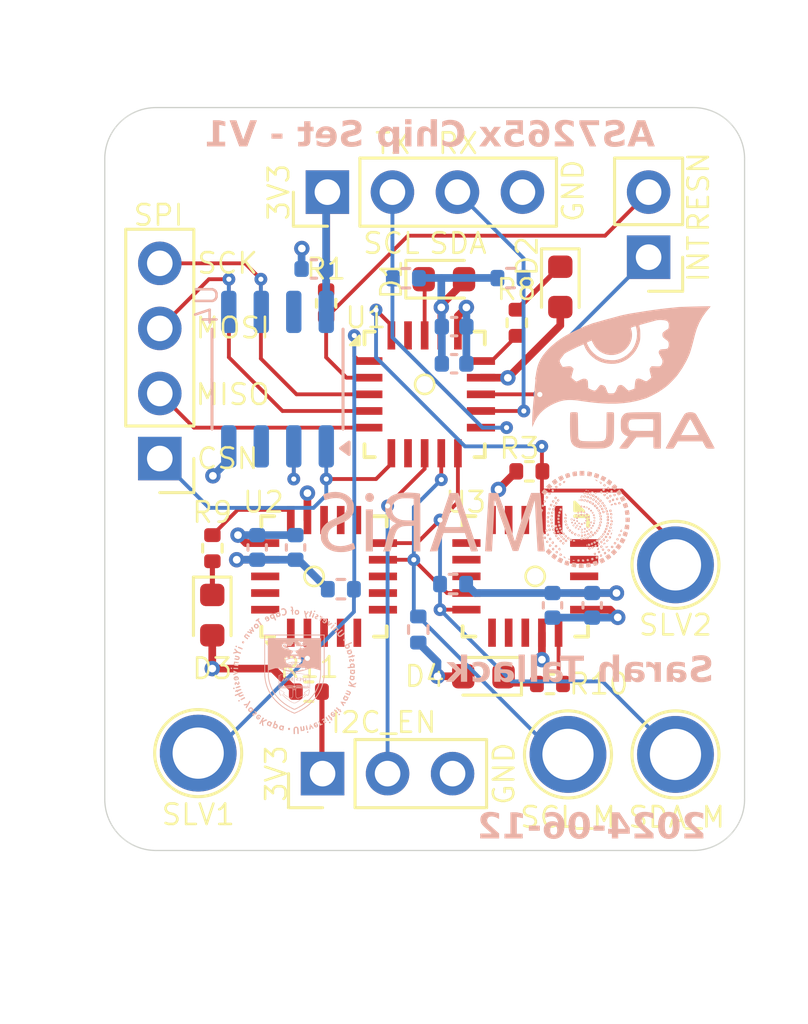
<source format=kicad_pcb>
(kicad_pcb (version 20240108) (generator "pcbnew") (generator_version "8.0")
  (title_block (title "AS7265x Chip Set") (date "2024-06-12") (rev "1") (company "University of Cape Town") (comment 1 "Sarah Tallack"))
  (layers (0 "F.Cu" signal) (1 "In1.Cu" power) (2 "In2.Cu" power) (31 "B.Cu" signal) (34 "B.Paste" user) (35 "F.Paste" user) (36 "B.SilkS" user "B.Silkscreen") (37 "F.SilkS" user "F.Silkscreen") (38 "B.Mask" user) (39 "F.Mask" user) (44 "Edge.Cuts" user))
  (net 0 "")
  (net 1 "+3.3V")
  (net 2 "GND")
  (net 3 "/LED_IND_1")
  (net 4 "Net-(D2-K)")
  (net 5 "Net-(D3-K)")
  (net 6 "Net-(D4-K)")
  (net 7 "/I2C_EN")
  (net 8 "/SDA{slash}TX")
  (net 9 "/SCL{slash}RX")
  (net 10 "/SCL_M")
  (net 11 "/SDA_M")
  (net 12 "/RESN")
  (net 13 "/CSN_EE")
  (net 14 "/SPI_MOSI")
  (net 15 "/SPI_MISO")
  (net 16 "/SPI_SCK")
  (net 17 "/INT")
  (net 18 "/SLV1_RESN")
  (net 19 "/SLV2_RESN")
  (net 20 "/LED_DRV_1")
  (net 21 "/LED_DRV_2")
  (net 22 "/LED_DRV_3")
  (net 42 "Net-(J5-Pin_1)")
  (footprint "Resistor_SMD:R_0402_1005Metric" (layer "F.Cu") (at 150.204424 89.527324 90)
    (property "Reference" "R8" (at 1.3 -0.013567 0) (layer "F.SilkS") (effects (font (size 0.8 0.8) (thickness 0.1))))
    (property "Value" "220")
    (pad "1" smd roundrect (at -0.51 0 90) (size 0.54 0.64) (layers "F.Cu" "F.Paste" "F.Mask") (net 20 "/LED_DRV_1"))
    (pad "2" smd roundrect (at 0.51 0 90) (size 0.54 0.64) (layers "F.Cu" "F.Paste" "F.Mask") (net 4 "Net-(D2-K)"))
  )
  (footprint "TestPoint:TestPoint_Plated_Hole_D2.0mm" (layer "F.Cu") (at 137.754424 106.327324)
    (property "Reference" "TP3" (hide yes))
    (property "Value" "TestPoint")
    (pad "1" thru_hole circle (at 0 0) (size 3 3) (drill 2) (layers "*.Cu" "*.Mask") (net 18 "/SLV1_RESN"))
  )
  (footprint "Diode_SMD:D_0603_1608Metric" (layer "F.Cu") (at 148.899424 103.327324 180)
    (property "Reference" "D4" (at 2.295 0 180) (layer "F.SilkS") (effects (font (size 0.8 0.8) (thickness 0.1))))
    (property "Value" "WH")
    (pad "1" smd roundrect (at -0.7875 0 180) (size 0.875 0.95) (layers "F.Cu" "F.Paste" "F.Mask") (net 6 "Net-(D4-K)"))
    (pad "2" smd roundrect (at 0.7875 0 180) (size 0.875 0.95) (layers "F.Cu" "F.Paste" "F.Mask") (net 1 "+3.3V"))
  )
  (footprint "Resistor_SMD:R_0402_1005Metric" (layer "F.Cu") (at 142.754424 88.767324 -90)
    (property "Reference" "R1" (at -1.34 0 180) (layer "F.SilkS") (effects (font (size 0.8 0.8) (thickness 0.1))))
    (property "Value" "10k")
    (pad "1" smd roundrect (at -0.51 0 270) (size 0.54 0.64) (layers "F.Cu" "F.Paste" "F.Mask") (net 1 "+3.3V"))
    (pad "2" smd roundrect (at 0.51 0 270) (size 0.54 0.64) (layers "F.Cu" "F.Paste" "F.Mask") (net 12 "/RESN"))
  )
  (footprint "TestPoint:TestPoint_Plated_Hole_D2.0mm" (layer "F.Cu") (at 156.404424 98.977324)
    (property "Reference" "TP4" (hide yes))
    (property "Value" "TestPoint")
    (pad "1" thru_hole circle (at 0 0) (size 3 3) (drill 2) (layers "*.Cu" "*.Mask") (net 19 "/SLV2_RESN"))
  )
  (footprint "Connector_PinHeader_2.54mm:PinHeader_1x04_P2.54mm_Vertical" (layer "F.Cu") (at 142.804424 84.427324 90)
    (property "Reference" "J1" (hide yes))
    (property "Value" "Conn_01x04_Pin")
    (pad "1" thru_hole rect (at 0 0 90) (size 1.7 1.7) (drill 1) (layers "*.Cu" "*.Mask") (net 1 "+3.3V"))
    (pad "2" thru_hole oval (at 0 2.54 90) (size 1.7 1.7) (drill 1) (layers "*.Cu" "*.Mask") (net 9 "/SCL{slash}RX"))
    (pad "3" thru_hole oval (at 0 5.08 90) (size 1.7 1.7) (drill 1) (layers "*.Cu" "*.Mask") (net 8 "/SDA{slash}TX"))
    (pad "4" thru_hole oval (at 0 7.62 90) (size 1.7 1.7) (drill 1) (layers "*.Cu" "*.Mask") (net 2 "GND"))
  )
  (footprint "Resistor_SMD:R_0402_1005Metric" (layer "F.Cu") (at 142.079424 103.927324)
    (property "Reference" "R11" (at 0.01 -0.95 0) (layer "F.SilkS") (effects (font (size 0.8 0.8) (thickness 0.1))))
    (property "Value" "10k")
    (pad "1" smd roundrect (at -0.51 0) (size 0.54 0.64) (layers "F.Cu" "F.Paste" "F.Mask") (net 1 "+3.3V"))
    (pad "2" smd roundrect (at 0.51 0) (size 0.54 0.64) (layers "F.Cu" "F.Paste" "F.Mask") (net 42 "Net-(J5-Pin_1)"))
  )
  (footprint "Connector_PinHeader_2.54mm:PinHeader_1x03_P2.54mm_Vertical" (layer "F.Cu") (at 142.614424 107.127324 90)
    (property "Reference" "J5" (hide yes))
    (property "Value" "Conn_01x03_Pin")
    (pad "1" thru_hole rect (at 0 0 90) (size 1.7 1.7) (drill 1) (layers "*.Cu" "*.Mask") (net 42 "Net-(J5-Pin_1)"))
    (pad "2" thru_hole oval (at 0 2.54 90) (size 1.7 1.7) (drill 1) (layers "*.Cu" "*.Mask") (net 7 "/I2C_EN"))
    (pad "3" thru_hole oval (at 0 5.08 90) (size 1.7 1.7) (drill 1) (layers "*.Cu" "*.Mask") (net 2 "GND"))
  )
  (footprint "Connector_PinHeader_2.54mm:PinHeader_1x02_P2.54mm_Vertical" (layer "F.Cu") (at 155.354424 86.967324 180)
    (property "Reference" "J3" (hide yes))
    (property "Value" "Conn_01x02_Pin")
    (pad "1" thru_hole rect (at 0 0 180) (size 1.7 1.7) (drill 1) (layers "*.Cu" "*.Mask") (net 17 "/INT"))
    (pad "2" thru_hole oval (at 0 2.54 180) (size 1.7 1.7) (drill 1) (layers "*.Cu" "*.Mask") (net 12 "/RESN"))
  )
  (footprint "Diode_SMD:D_0603_1608Metric" (layer "F.Cu") (at 151.904424 88.127324 -90)
    (property "Reference" "D2" (at -1.2 1.3 -90) (layer "F.SilkS") (effects (font (size 0.8 0.8) (thickness 0.1))))
    (property "Value" "WH")
    (pad "1" smd roundrect (at -0.7875 0 270) (size 0.875 0.95) (layers "F.Cu" "F.Paste" "F.Mask") (net 4 "Net-(D2-K)"))
    (pad "2" smd roundrect (at 0.7875 0 270) (size 0.875 0.95) (layers "F.Cu" "F.Paste" "F.Mask") (net 1 "+3.3V"))
  )
  (footprint "Diode_SMD:D_0603_1608Metric" (layer "F.Cu") (at 138.304424 100.939824 -90)
    (property "Reference" "D3" (at 2.0875 0 0) (layer "F.SilkS") (effects (font (size 0.8 0.8) (thickness 0.1))))
    (property "Value" "WH")
    (pad "1" smd roundrect (at -0.7875 0 270) (size 0.875 0.95) (layers "F.Cu" "F.Paste" "F.Mask") (net 5 "Net-(D3-K)"))
    (pad "2" smd roundrect (at 0.7875 0 270) (size 0.875 0.95) (layers "F.Cu" "F.Paste" "F.Mask") (net 1 "+3.3V"))
  )
  (footprint "Sarah_Library:AMS_AS7265x_LGA-20_4.7x4.5mm_P0.65mm" (layer "F.Cu") (at 142.279424 99.427324 90)
    (property "Reference" "U2" (at 2.9 -1.975 180) (layer "F.SilkS") (effects (font (size 0.8 0.8) (thickness 0.1))))
    (property "Value" "AS72652")
    (pad "1" smd rect (at -2.201535 -0.906433 180) (size 0.3 1.1) (layers "F.Cu" "F.Paste" "F.Mask"))
    (pad "2" smd rect (at -2.201535 -0.256433 180) (size 0.3 1.1) (layers "F.Cu" "F.Paste" "F.Mask") (net 18 "/SLV1_RESN"))
    (pad "3" smd rect (at -2.201535 0.393567 180) (size 0.3 1.1) (layers "F.Cu" "F.Paste" "F.Mask"))
    (pad "4" smd rect (at -2.201535 1.043567 180) (size 0.3 1.1) (layers "F.Cu" "F.Paste" "F.Mask"))
    (pad "5" smd rect (at -2.201535 1.693567 180) (size 0.3 1.1) (layers "F.Cu" "F.Paste" "F.Mask"))
    (pad "6" smd rect (at -1.301535 2.693567 90) (size 0.3 1.1) (layers "F.Cu" "F.Paste" "F.Mask"))
    (pad "7" smd rect (at -0.651535 2.693567 90) (size 0.3 1.1) (layers "F.Cu" "F.Paste" "F.Mask"))
    (pad "8" smd rect (at -0.001535 2.693567 90) (size 0.3 1.1) (layers "F.Cu" "F.Paste" "F.Mask"))
    (pad "9" smd rect (at 0.648465 2.693567 90) (size 0.3 1.1) (layers "F.Cu" "F.Paste" "F.Mask") (net 10 "/SCL_M"))
    (pad "10" smd rect (at 1.298465 2.693567 90) (size 0.3 1.1) (layers "F.Cu" "F.Paste" "F.Mask") (net 11 "/SDA_M"))
    (pad "11" smd rect (at 2.198465 1.693567 180) (size 0.3 1.1) (layers "F.Cu" "F.Paste" "F.Mask"))
    (pad "12" smd rect (at 2.198465 1.043567 180) (size 0.3 1.1) (layers "F.Cu" "F.Paste" "F.Mask"))
    (pad "13" smd rect (at 2.198465 0.393567 180) (size 0.3 1.1) (layers "F.Cu" "F.Paste" "F.Mask"))
    (pad "14" smd rect (at 2.198465 -0.256433 180) (size 0.3 1.1) (layers "F.Cu" "F.Paste" "F.Mask") (net 1 "+3.3V"))
    (pad "15" smd rect (at 2.198465 -0.906433 180) (size 0.3 1.1) (layers "F.Cu" "F.Paste" "F.Mask") (net 21 "/LED_DRV_2"))
    (pad "16" smd rect (at 1.298465 -1.906433 90) (size 0.3 1.1) (layers "F.Cu" "F.Paste" "F.Mask") (net 2 "GND"))
    (pad "17" smd rect (at 0.648465 -1.906433 90) (size 0.3 1.1) (layers "F.Cu" "F.Paste" "F.Mask") (net 1 "+3.3V"))
    (pad "18" smd rect (at -0.001535 -1.906433 90) (size 0.3 1.1) (layers "F.Cu" "F.Paste" "F.Mask"))
    (pad "19" smd rect (at -0.651535 -1.906433 90) (size 0.3 1.1) (layers "F.Cu" "F.Paste" "F.Mask"))
    (pad "20" smd rect (at -1.301535 -1.906433 90) (size 0.3 1.1) (layers "F.Cu" "F.Paste" "F.Mask"))
  )
  (footprint "TestPoint:TestPoint_Plated_Hole_D2.0mm" (layer "F.Cu") (at 152.204424 106.377324)
    (property "Reference" "TP1" (hide yes))
    (property "Value" "TestPoint")
    (pad "1" thru_hole circle (at 0 0) (size 3 3) (drill 2) (layers "*.Cu" "*.Mask") (net 10 "/SCL_M"))
  )
  (footprint "Sarah_Library:AMS_AS7265x_LGA-20_4.7x4.5mm_P0.65mm" (layer "F.Cu") (at 150.929424 99.427324 -90)
    (property "Reference" "U3" (at -2.9 2.725 0) (layer "F.SilkS") (effects (font (size 0.8 0.8) (thickness 0.1))))
    (property "Value" "AS72653")
    (pad "1" smd rect (at -2.201535 -0.906433) (size 0.3 1.1) (layers "F.Cu" "F.Paste" "F.Mask"))
    (pad "2" smd rect (at -2.201535 -0.256433) (size 0.3 1.1) (layers "F.Cu" "F.Paste" "F.Mask") (net 19 "/SLV2_RESN"))
    (pad "3" smd rect (at -2.201535 0.393567) (size 0.3 1.1) (layers "F.Cu" "F.Paste" "F.Mask"))
    (pad "4" smd rect (at -2.201535 1.043567) (size 0.3 1.1) (layers "F.Cu" "F.Paste" "F.Mask"))
    (pad "5" smd rect (at -2.201535 1.693567) (size 0.3 1.1) (layers "F.Cu" "F.Paste" "F.Mask"))
    (pad "6" smd rect (at -1.301535 2.693567 270) (size 0.3 1.1) (layers "F.Cu" "F.Paste" "F.Mask"))
    (pad "7" smd rect (at -0.651535 2.693567 270) (size 0.3 1.1) (layers "F.Cu" "F.Paste" "F.Mask"))
    (pad "8" smd rect (at -0.001535 2.693567 270) (size 0.3 1.1) (layers "F.Cu" "F.Paste" "F.Mask"))
    (pad "9" smd rect (at 0.648465 2.693567 270) (size 0.3 1.1) (layers "F.Cu" "F.Paste" "F.Mask") (net 10 "/SCL_M"))
    (pad "10" smd rect (at 1.298465 2.693567 270) (size 0.3 1.1) (layers "F.Cu" "F.Paste" "F.Mask") (net 11 "/SDA_M"))
    (pad "11" smd rect (at 2.198465 1.693567) (size 0.3 1.1) (layers "F.Cu" "F.Paste" "F.Mask"))
    (pad "12" smd rect (at 2.198465 1.043567) (size 0.3 1.1) (layers "F.Cu" "F.Paste" "F.Mask"))
    (pad "13" smd rect (at 2.198465 0.393567) (size 0.3 1.1) (layers "F.Cu" "F.Paste" "F.Mask"))
    (pad "14" smd rect (at 2.198465 -0.256433) (size 0.3 1.1) (layers "F.Cu" "F.Paste" "F.Mask") (net 1 "+3.3V"))
    (pad "15" smd rect (at 2.198465 -0.906433) (size 0.3 1.1) (layers "F.Cu" "F.Paste" "F.Mask") (net 22 "/LED_DRV_3"))
    (pad "16" smd rect (at 1.298465 -1.906433 270) (size 0.3 1.1) (layers "F.Cu" "F.Paste" "F.Mask") (net 2 "GND"))
    (pad "17" smd rect (at 0.648465 -1.906433 270) (size 0.3 1.1) (layers "F.Cu" "F.Paste" "F.Mask") (net 1 "+3.3V"))
    (pad "18" smd rect (at -0.001535 -1.906433 270) (size 0.3 1.1) (layers "F.Cu" "F.Paste" "F.Mask"))
    (pad "19" smd rect (at -0.651535 -1.906433 270) (size 0.3 1.1) (layers "F.Cu" "F.Paste" "F.Mask"))
    (pad "20" smd rect (at -1.301535 -1.906433 270) (size 0.3 1.1) (layers "F.Cu" "F.Paste" "F.Mask"))
  )
  (footprint "Connector_PinHeader_2.54mm:PinHeader_1x04_P2.54mm_Vertical" (layer "F.Cu") (at 136.254424 94.827324 180)
    (property "Reference" "J4" (hide yes))
    (property "Value" "Conn_01x04_Pin")
    (pad "1" thru_hole rect (at 0 0 180) (size 1.7 1.7) (drill 1) (layers "*.Cu" "*.Mask") (net 13 "/CSN_EE"))
    (pad "2" thru_hole oval (at 0 2.54 180) (size 1.7 1.7) (drill 1) (layers "*.Cu" "*.Mask") (net 15 "/SPI_MISO"))
    (pad "3" thru_hole oval (at 0 5.08 180) (size 1.7 1.7) (drill 1) (layers "*.Cu" "*.Mask") (net 14 "/SPI_MOSI"))
    (pad "4" thru_hole oval (at 0 7.62 180) (size 1.7 1.7) (drill 1) (layers "*.Cu" "*.Mask") (net 16 "/SPI_SCK"))
  )
  (footprint "TestPoint:TestPoint_Plated_Hole_D2.0mm" (layer "F.Cu") (at 156.404424 106.377324)
    (property "Reference" "TP2" (hide yes))
    (property "Value" "TestPoint")
    (pad "1" thru_hole circle (at 0 0) (size 3 3) (drill 2) (layers "*.Cu" "*.Mask") (net 11 "/SDA_M"))
  )
  (footprint "Sarah_Library:AMS_AS7265x_LGA-20_4.7x4.5mm_P0.65mm" (layer "F.Cu") (at 146.604424 91.927324)
    (property "Reference" "U1" (at -2.3 -2.6 0) (layer "F.SilkS") (effects (font (size 0.8 0.8) (thickness 0.1))))
    (property "Value" "AS72651")
    (pad "1" smd rect (at -2.201535 -0.906433 90) (size 0.3 1.1) (layers "F.Cu" "F.Paste" "F.Mask") (net 18 "/SLV1_RESN"))
    (pad "2" smd rect (at -2.201535 -0.256433 90) (size 0.3 1.1) (layers "F.Cu" "F.Paste" "F.Mask") (net 12 "/RESN"))
    (pad "3" smd rect (at -2.201535 0.393567 90) (size 0.3 1.1) (layers "F.Cu" "F.Paste" "F.Mask") (net 16 "/SPI_SCK"))
    (pad "4" smd rect (at -2.201535 1.043567 90) (size 0.3 1.1) (layers "F.Cu" "F.Paste" "F.Mask") (net 14 "/SPI_MOSI"))
    (pad "5" smd rect (at -2.201535 1.693567 90) (size 0.3 1.1) (layers "F.Cu" "F.Paste" "F.Mask") (net 15 "/SPI_MISO"))
    (pad "6" smd rect (at -1.301535 2.693567) (size 0.3 1.1) (layers "F.Cu" "F.Paste" "F.Mask") (net 13 "/CSN_EE"))
    (pad "7" smd rect (at -0.651535 2.693567) (size 0.3 1.1) (layers "F.Cu" "F.Paste" "F.Mask"))
    (pad "8" smd rect (at -0.001535 2.693567) (size 0.3 1.1) (layers "F.Cu" "F.Paste" "F.Mask") (net 7 "/I2C_EN"))
    (pad "9" smd rect (at 0.648465 2.693567) (size 0.3 1.1) (layers "F.Cu" "F.Paste" "F.Mask") (net 10 "/SCL_M"))
    (pad "10" smd rect (at 1.298465 2.693567) (size 0.3 1.1) (layers "F.Cu" "F.Paste" "F.Mask") (net 11 "/SDA_M"))
    (pad "11" smd rect (at 2.198465 1.693567 90) (size 0.3 1.1) (layers "F.Cu" "F.Paste" "F.Mask") (net 9 "/SCL{slash}RX"))
    (pad "12" smd rect (at 2.198465 1.043567 90) (size 0.3 1.1) (layers "F.Cu" "F.Paste" "F.Mask") (net 8 "/SDA{slash}TX"))
    (pad "13" smd rect (at 2.198465 0.393567 90) (size 0.3 1.1) (layers "F.Cu" "F.Paste" "F.Mask") (net 17 "/INT"))
    (pad "14" smd rect (at 2.198465 -0.256433 90) (size 0.3 1.1) (layers "F.Cu" "F.Paste" "F.Mask") (net 1 "+3.3V"))
    (pad "15" smd rect (at 2.198465 -0.906433 90) (size 0.3 1.1) (layers "F.Cu" "F.Paste" "F.Mask") (net 20 "/LED_DRV_1"))
    (pad "16" smd rect (at 1.298465 -1.906433) (size 0.3 1.1) (layers "F.Cu" "F.Paste" "F.Mask") (net 2 "GND"))
    (pad "17" smd rect (at 0.648465 -1.906433) (size 0.3 1.1) (layers "F.Cu" "F.Paste" "F.Mask") (net 1 "+3.3V"))
    (pad "18" smd rect (at -0.001535 -1.906433) (size 0.3 1.1) (layers "F.Cu" "F.Paste" "F.Mask") (net 3 "/LED_IND_1"))
    (pad "19" smd rect (at -0.651535 -1.906433) (size 0.3 1.1) (layers "F.Cu" "F.Paste" "F.Mask"))
    (pad "20" smd rect (at -1.301535 -1.906433) (size 0.3 1.1) (layers "F.Cu" "F.Paste" "F.Mask") (net 19 "/SLV2_RESN"))
  )
  (footprint "Resistor_SMD:R_0402_1005Metric" (layer "F.Cu") (at 151.499424 103.627324 180)
    (property "Reference" "R10" (at -1.905 0 180) (layer "F.SilkS") (effects (font (size 0.8 0.8) (thickness 0.1))))
    (property "Value" "220")
    (pad "1" smd roundrect (at -0.51 0 180) (size 0.54 0.64) (layers "F.Cu" "F.Paste" "F.Mask") (net 22 "/LED_DRV_3"))
    (pad "2" smd roundrect (at 0.51 0 180) (size 0.54 0.64) (layers "F.Cu" "F.Paste" "F.Mask") (net 6 "Net-(D4-K)"))
  )
  (footprint "Diode_SMD:D_0603_1608Metric" (layer "F.Cu") (at 147.354424 87.827324)
    (property "Reference" "D1" (at -2.05 0 -90) (layer "F.SilkS") (effects (font (size 0.8 0.8) (thickness 0.1))))
    (property "Value" "RED")
    (pad "1" smd roundrect (at -0.7875 0) (size 0.875 0.95) (layers "F.Cu" "F.Paste" "F.Mask") (net 3 "/LED_IND_1"))
    (pad "2" smd roundrect (at 0.7875 0) (size 0.875 0.95) (layers "F.Cu" "F.Paste" "F.Mask") (net 1 "+3.3V"))
  )
  (footprint "Resistor_SMD:R_0402_1005Metric" (layer "F.Cu") (at 138.309424 98.327324 -90)
    (property "Reference" "R9" (at -1.4 0.005 180) (layer "F.SilkS") (effects (font (size 0.8 0.8) (thickness 0.1))))
    (property "Value" "220")
    (pad "1" smd roundrect (at -0.51 0 270) (size 0.54 0.64) (layers "F.Cu" "F.Paste" "F.Mask") (net 21 "/LED_DRV_2"))
    (pad "2" smd roundrect (at 0.51 0 270) (size 0.54 0.64) (layers "F.Cu" "F.Paste" "F.Mask") (net 5 "Net-(D3-K)"))
  )
  (footprint "Resistor_SMD:R_0402_1005Metric" (layer "F.Cu") (at 150.694424 95.327324)
    (property "Reference" "R3" (at -0.39 -0.9 0) (layer "F.SilkS") (effects (font (size 0.8 0.8) (thickness 0.1))))
    (property "Value" "10k")
    (pad "1" smd roundrect (at -0.51 0) (size 0.54 0.64) (layers "F.Cu" "F.Paste" "F.Mask") (net 1 "+3.3V"))
    (pad "2" smd roundrect (at 0.51 0) (size 0.54 0.64) (layers "F.Cu" "F.Paste" "F.Mask") (net 19 "/SLV2_RESN"))
  )
  (footprint "Capacitor_SMD:C_0402_1005Metric" (layer "B.Cu") (at 147.754424 91.127324)
    (property "Reference" "C2" (hide yes))
    (property "Value" "1uF")
    (pad "1" smd roundrect (at -0.48 0) (size 0.56 0.62) (layers "B.Cu" "B.Paste" "B.Mask") (net 1 "+3.3V"))
    (pad "2" smd roundrect (at 0.48 0) (size 0.56 0.62) (layers "B.Cu" "B.Paste" "B.Mask") (net 2 "GND"))
  )
  (footprint "Package_SO:SOP-8_3.9x4.9mm_P1.27mm" (layer "B.Cu") (at 140.854424 91.727324 90)
    (property "Reference" "U4" (at 2.9 -2.75 -90) (layer "B.SilkS") (effects (font (size 0.8 0.8) (thickness 0.1)) (justify mirror)))
    (property "Value" "XT25F04D")
    (pad "1" smd roundrect (at -2.625 1.905 90) (size 1.65 0.6) (layers "B.Cu" "B.Paste" "B.Mask") (net 13 "/CSN_EE"))
    (pad "2" smd roundrect (at -2.625 0.635 90) (size 1.65 0.6) (layers "B.Cu" "B.Paste" "B.Mask") (net 15 "/SPI_MISO"))
    (pad "3" smd roundrect (at -2.625 -0.635 90) (size 1.65 0.6) (layers "B.Cu" "B.Paste" "B.Mask"))
    (pad "4" smd roundrect (at -2.625 -1.905 90) (size 1.65 0.6) (layers "B.Cu" "B.Paste" "B.Mask") (net 2 "GND"))
    (pad "5" smd roundrect (at 2.625 -1.905 90) (size 1.65 0.6) (layers "B.Cu" "B.Paste" "B.Mask") (net 14 "/SPI_MOSI"))
    (pad "6" smd roundrect (at 2.625 -0.635 90) (size 1.65 0.6) (layers "B.Cu" "B.Paste" "B.Mask") (net 16 "/SPI_SCK"))
    (pad "7" smd roundrect (at 2.625 0.635 90) (size 1.65 0.6) (layers "B.Cu" "B.Paste" "B.Mask"))
    (pad "8" smd roundrect (at 2.625 1.905 90) (size 1.65 0.6) (layers "B.Cu" "B.Paste" "B.Mask") (net 1 "+3.3V"))
  )
  (footprint "Resistor_SMD:R_0402_1005Metric" (layer "B.Cu") (at 143.329424 99.927324)
    (property "Reference" "R2" (hide yes))
    (property "Value" "10k")
    (pad "1" smd roundrect (at -0.51 0) (size 0.54 0.64) (layers "B.Cu" "B.Paste" "B.Mask") (net 1 "+3.3V"))
    (pad "2" smd roundrect (at 0.51 0) (size 0.54 0.64) (layers "B.Cu" "B.Paste" "B.Mask") (net 18 "/SLV1_RESN"))
  )
  (footprint "Resistor_SMD:R_0402_1005Metric" (layer "B.Cu") (at 149.958164 87.782617 180)
    (property "Reference" "R7" (hide yes))
    (property "Value" "4.7k")
    (pad "1" smd roundrect (at -0.51 0 180) (size 0.54 0.64) (layers "B.Cu" "B.Paste" "B.Mask") (net 8 "/SDA{slash}TX"))
    (pad "2" smd roundrect (at 0.51 0 180) (size 0.54 0.64) (layers "B.Cu" "B.Paste" "B.Mask") (net 1 "+3.3V"))
  )
  (footprint "Resistor_SMD:R_0402_1005Metric" (layer "B.Cu") (at 146.354424 101.502324 -90)
    (property "Reference" "R4" (hide yes))
    (property "Value" "4.7k")
    (pad "1" smd roundrect (at -0.51 0 270) (size 0.54 0.64) (layers "B.Cu" "B.Paste" "B.Mask") (net 10 "/SCL_M"))
    (pad "2" smd roundrect (at 0.51 0 270) (size 0.54 0.64) (layers "B.Cu" "B.Paste" "B.Mask") (net 1 "+3.3V"))
  )
  (footprint "Capacitor_SMD:C_0402_1005Metric" (layer "B.Cu") (at 140.059424 98.297324 90)
    (property "Reference" "C3" (hide yes))
    (property "Value" "100nF")
    (pad "1" smd roundrect (at -0.48 0 90) (size 0.56 0.62) (layers "B.Cu" "B.Paste" "B.Mask") (net 1 "+3.3V"))
    (pad "2" smd roundrect (at 0.48 0 90) (size 0.56 0.62) (layers "B.Cu" "B.Paste" "B.Mask") (net 2 "GND"))
  )
  (footprint "Logos:MARiS_4mm" (layer "B.Cu") (at 148.504424 97.227324 180)
    (property "Reference" "G***" (hide yes))
    (property "Value" "LOGO" (hide yes))
  )
  (footprint "Resistor_SMD:R_0402_1005Metric" (layer "B.Cu") (at 145.870155 87.788777)
    (property "Reference" "R6" (hide yes))
    (property "Value" "4.7k")
    (pad "1" smd roundrect (at -0.51 0) (size 0.54 0.64) (layers "B.Cu" "B.Paste" "B.Mask") (net 9 "/SCL{slash}RX"))
    (pad "2" smd roundrect (at 0.51 0) (size 0.54 0.64) (layers "B.Cu" "B.Paste" "B.Mask") (net 1 "+3.3V"))
  )
  (footprint "Capacitor_SMD:C_0402_1005Metric" (layer "B.Cu") (at 151.599424 100.557324 -90)
    (property "Reference" "C6" (hide yes))
    (property "Value" "1uF")
    (pad "1" smd roundrect (at -0.48 0 270) (size 0.56 0.62) (layers "B.Cu" "B.Paste" "B.Mask") (net 1 "+3.3V"))
    (pad "2" smd roundrect (at 0.48 0 270) (size 0.56 0.62) (layers "B.Cu" "B.Paste" "B.Mask") (net 2 "GND"))
  )
  (footprint "Resistor_SMD:R_0402_1005Metric" (layer "B.Cu") (at 147.714424 99.727324)
    (property "Reference" "R5" (hide yes))
    (property "Value" "4.7k")
    (pad "1" smd roundrect (at -0.51 0) (size 0.54 0.64) (layers "B.Cu" "B.Paste" "B.Mask") (net 11 "/SDA_M"))
    (pad "2" smd roundrect (at 0.51 0) (size 0.54 0.64) (layers "B.Cu" "B.Paste" "B.Mask") (net 1 "+3.3V"))
  )
  (footprint "Capacitor_SMD:C_0402_1005Metric" (layer "B.Cu") (at 142.274424 87.427324 180)
    (property "Reference" "C7" (hide yes))
    (property "Value" "1uF")
    (pad "1" smd roundrect (at -0.48 0 180) (size 0.56 0.62) (layers "B.Cu" "B.Paste" "B.Mask") (net 1 "+3.3V"))
    (pad "2" smd roundrect (at 0.48 0 180) (size 0.56 0.62) (layers "B.Cu" "B.Paste" "B.Mask") (net 2 "GND"))
  )
  (footprint "Logos:ARU_6mm" (layer "B.Cu") (at 154.604424 91.727324 180)
    (property "Reference" "G***" (hide yes))
    (property "Value" "LOGO" (hide yes))
  )
  (footprint "Capacitor_SMD:C_0402_1005Metric" (layer "B.Cu") (at 141.559424 98.297324 90)
    (property "Reference" "C4" (hide yes))
    (property "Value" "1uF")
    (pad "1" smd roundrect (at -0.48 0 90) (size 0.56 0.62) (layers "B.Cu" "B.Paste" "B.Mask") (net 1 "+3.3V"))
    (pad "2" smd roundrect (at 0.48 0 90) (size 0.56 0.62) (layers "B.Cu" "B.Paste" "B.Mask") (net 2 "GND"))
  )
  (footprint "Capacitor_SMD:C_0402_1005Metric" (layer "B.Cu") (at 153.149424 100.557324 -90)
    (property "Reference" "C5" (hide yes))
    (property "Value" "100nF")
    (pad "1" smd roundrect (at -0.48 0 270) (size 0.56 0.62) (layers "B.Cu" "B.Paste" "B.Mask") (net 1 "+3.3V"))
    (pad "2" smd roundrect (at 0.48 0 270) (size 0.56 0.62) (layers "B.Cu" "B.Paste" "B.Mask") (net 2 "GND"))
  )
  (footprint "Logos:UCT_5mm" (layer "B.Cu") (at 141.478602 103.09266 180)
    (property "Reference" "G***" (hide yes))
    (property "Value" "LOGO" (hide yes))
  )
  (footprint "Capacitor_SMD:C_0402_1005Metric" (layer "B.Cu") (at 147.754424 89.677324)
    (property "Reference" "C1" (hide yes))
    (property "Value" "100nF")
    (pad "1" smd roundrect (at -0.48 0) (size 0.56 0.62) (layers "B.Cu" "B.Paste" "B.Mask") (net 1 "+3.3V"))
    (pad "2" smd roundrect (at 0.48 0) (size 0.56 0.62) (layers "B.Cu" "B.Paste" "B.Mask") (net 2 "GND"))
  )
  (gr_line (start 134.104424 108.127324) (end 134.104424 83.127324) (stroke (width 0.05)) (layer "Edge.Cuts"))
  (gr_arc (start 159.104424 108.127324) (mid 158.518631 109.541531) (end 157.104424 110.127324) (stroke (width 0.05)) (layer "Edge.Cuts"))
  (gr_line (start 157.104424 110.127324) (end 136.104424 110.127324) (stroke (width 0.05)) (layer "Edge.Cuts"))
  (gr_arc (start 136.104424 110.127324) (mid 134.690186 109.541548) (end 134.104424 108.127324) (stroke (width 0.05)) (layer "Edge.Cuts"))
  (gr_arc (start 134.104424 83.127324) (mid 134.690203 81.713103) (end 136.104424 81.127324) (stroke (width 0.05)) (layer "Edge.Cuts"))
  (gr_line (start 136.104424 81.127324) (end 157.104424 81.127324) (stroke (width 0.05)) (layer "Edge.Cuts"))
  (gr_line (start 159.104424 83.127324) (end 159.104424 108.127324) (stroke (width 0.05)) (layer "Edge.Cuts"))
  (gr_arc (start 157.104424 81.127324) (mid 158.518614 81.71312) (end 159.104424 83.127324) (stroke (width 0.05)) (layer "Edge.Cuts"))
  (gr_text "${TITLE} - V${REVISION}" (at 155.604424 82.227324 0) (layer "B.SilkS") (effects (font (size 1 1) (thickness 0.2) (bold yes)) (justify left mirror)))
  (gr_text "${ISSUE_DATE}" (at 157.604424 109.827324 0) (layer "B.SilkS") (effects (font (size 1 1) (thickness 0.2) (bold yes)) (justify left bottom mirror)))
  (gr_text "${COMMENT1}" (at 157.904424 103.127324 0) (layer "B.SilkS") (effects (font (size 1 1) (thickness 0.15) (bold yes)) (justify left mirror)))
  (gr_text "GND" (at 152.404424 84.374497 90) (layer "F.SilkS") (effects (font (size 0.8 0.8) (thickness 0.1))))
  (gr_text "SCL" (at 145.304424 86.427324 0) (layer "F.SilkS") (effects (font (size 0.8 0.8) (thickness 0.1))))
  (gr_text "SDA_M" (at 156.454424 108.827324 0) (layer "F.SilkS") (effects (font (size 0.8 0.8) (thickness 0.1))))
  (gr_text "SLV2" (at 156.404424 101.327324 0) (layer "F.SilkS") (effects (font (size 0.8 0.8) (thickness 0.1))))
  (gr_text "RESN" (at 157.304424 84.427324 90) (layer "F.SilkS") (effects (font (size 0.8 0.8) (thickness 0.1))))
  (gr_text "I2C_EN" (at 145.004424 105.127324 0) (layer "F.SilkS") (effects (font (size 0.8 0.8) (thickness 0.1))))
  (gr_text "CSN" (at 138.904424 94.827324 0) (layer "F.SilkS") (effects (font (size 0.8 0.8) (thickness 0.1))))
  (gr_text "INT" (at 157.304424 87.027324 90) (layer "F.SilkS") (effects (font (size 0.8 0.8) (thickness 0.1))))
  (gr_text "TX" (at 145.354424 82.527324 0) (layer "F.SilkS") (effects (font (size 0.8 0.8) (thickness 0.1))))
  (gr_text "3V3" (at 140.804424 107.123683 90) (layer "F.SilkS") (effects (font (size 0.8 0.8) (thickness 0.1))))
  (gr_text "3V3" (at 140.904424 84.427324 90) (layer "F.SilkS") (effects (font (size 0.8 0.8) (thickness 0.1))))
  (gr_text "GND" (at 149.704424 107.127324 90) (layer "F.SilkS") (effects (font (size 0.8 0.8) (thickness 0.1))))
  (gr_text "MOSI" (at 139.104424 89.727324 0) (layer "F.SilkS") (effects (font (size 0.8 0.8) (thickness 0.1))))
  (gr_text "RX" (at 147.904424 82.527324 0) (layer "F.SilkS") (effects (font (size 0.8 0.8) (thickness 0.1))))
  (gr_text "SLV1" (at 137.758611 108.727324 0) (layer "F.SilkS") (effects (font (size 0.8 0.8) (thickness 0.1))))
  (gr_text "SCK" (at 138.904424 87.202324 0) (layer "F.SilkS") (effects (font (size 0.8 0.8) (thickness 0.1))))
  (gr_text "SPI" (at 136.204424 85.327324 0) (layer "F.SilkS") (effects (font (size 0.8 0.8) (thickness 0.1))))
  (gr_text "SCL_M" (at 152.204424 108.827324 0) (layer "F.SilkS") (effects (font (size 0.8 0.8) (thickness 0.1))))
  (gr_text "SDA" (at 147.904424 86.427324 0) (layer "F.SilkS") (effects (font (size 0.8 0.8) (thickness 0.1))))
  (gr_text "MISO" (at 139.104424 92.327324 0) (layer "F.SilkS") (effects (font (size 0.8 0.8) (thickness 0.1))))
  (segment (start 142.022991 96.177324) (end 142.022991 97.228859) (width 0.3) (layer "F.Cu") (net 1))
  (segment (start 142.754424 88.257324) (end 142.754424 84.477324) (width 0.3) (layer "F.Cu") (net 1))
  (segment (start 147.104424 103.327324) (end 147.684424 103.327324) (width 0.3) (layer "F.Cu") (net 1))
  (segment (start 140.669424 103.027324) (end 138.304424 103.027324) (width 0.3) (layer "F.Cu") (net 1))
  (segment (start 138.304424 101.727324) (end 138.304424 103.027324) (width 0.3) (layer "F.Cu") (net 1))
  (segment (start 140.372991 98.778859) (end 139.260959 98.778859) (width 0.3) (layer "F.Cu") (net 1))
  (segment (start 152.835857 100.075789) (end 154.097889 100.075789) (width 0.3) (layer "F.Cu") (net 1))
  (segment (start 139.260959 98.778859) (end 139.259424 98.777324) (width 0.3) (layer "F.Cu") (net 1))
  (segment (start 149.485943 96.032607) (end 150.184424 95.334126) (width 0.3) (layer "F.Cu") (net 1))
  (segment (start 151.904424 89.627324) (end 149.854424 91.677324) (width 0.3) (layer "F.Cu") (net 1))
  (segment (start 151.904424 88.914824) (end 151.904424 89.627324) (width 0.3) (layer "F.Cu") (net 1))
  (segment (start 147.254424 88.927324) (end 147.254424 90.019356) (width 0.3) (layer "F.Cu") (net 1))
  (segment (start 148.141924 87.939824) (end 147.254424 88.827324) (width 0.3) (layer "F.Cu") (net 1))
  (segment (start 149.847991 91.670891) (end 149.854424 91.677324) (width 0.3) (layer "F.Cu") (net 1))
  (segment (start 151.185857 101.625789) (end 151.185857 102.677324) (width 0.3) (layer "F.Cu") (net 1))
  (segment (start 141.569424 103.927324) (end 140.669424 103.027324) (width 0.3) (layer "F.Cu") (net 1))
  (segment (start 147.254424 90.019356) (end 147.252889 90.020891) (width 0.3) (layer "F.Cu") (net 1))
  (segment (start 148.802889 91.670891) (end 149.847991 91.670891) (width 0.3) (layer "F.Cu") (net 1))
  (segment (start 154.097889 100.075789) (end 154.099424 100.077324) (width 0.3) (layer "F.Cu") (net 1))
  (segment (start 142.754424 84.477324) (end 142.804424 84.427324) (width 0.3) (layer "F.Cu") (net 1))
  (via (at 138.304424 103.027324) (size 0.6) (drill 0.3) (layers "F.Cu" "B.Cu") (net 1))
  (via (at 149.485943 96.032607) (size 0.6) (drill 0.3) (layers "F.Cu" "B.Cu") (net 1))
  (via (at 139.259424 98.777324) (size 0.6) (drill 0.3) (layers "F.Cu" "B.Cu") (net 1))
  (via (at 147.254424 88.927324) (size 0.6) (drill 0.3) (layers "F.Cu" "B.Cu") (net 1))
  (via (at 142.022991 96.177324) (size 0.6) (drill 0.3) (layers "F.Cu" "B.Cu") (net 1))
  (via (at 149.854424 91.677324) (size 0.6) (drill 0.3) (layers "F.Cu" "B.Cu") (net 1))
  (via (at 147.104424 103.327324) (size 0.6) (drill 0.3) (layers "F.Cu" "B.Cu") (net 1))
  (via (at 154.099424 100.077324) (size 0.6) (drill 0.3) (layers "F.Cu" "B.Cu") (net 1))
  (via (at 151.185857 102.677324) (size 0.6) (drill 0.3) (layers "F.Cu" "B.Cu") (net 1))
  (segment (start 147.274424 91.127324) (end 147.274424 88.947324) (width 0.3) (layer "B.Cu") (net 1))
  (segment (start 147.254424 87.777324) (end 147.254424 88.927324) (width 0.3) (layer "B.Cu") (net 1))
  (segment (start 142.754424 89.097324) (end 142.759424 89.102324) (width 0.3) (layer "B.Cu") (net 1))
  (segment (start 142.754424 87.427324) (end 142.754424 89.097324) (width 0.3) (layer "B.Cu") (net 1))
  (segment (start 139.259424 98.777324) (end 141.669424 98.777324) (width 0.3) (layer "B.Cu") (net 1))
  (segment (start 151.599424 100.077324) (end 154.099424 100.077324) (width 0.3) (layer "B.Cu") (net 1))
  (segment (start 141.669424 98.777324) (end 142.819424 99.927324) (width 0.3) (layer "B.Cu") (net 1))
  (segment (start 147.104424 102.762324) (end 146.354424 102.012324) (width 0.3) (layer "B.Cu") (net 1))
  (segment (start 148.574424 100.077324) (end 148.224424 99.727324) (width 0.3) (layer "B.Cu") (net 1))
  (segment (start 147.254424 87.777324) (end 149.434424 87.777324) (width 0.3) (layer "B.Cu") (net 1))
  (segment (start 147.274424 88.947324) (end 147.254424 88.927324) (width 0.3) (layer "B.Cu") (net 1))
  (segment (start 151.599424 100.077324) (end 148.574424 100.077324) (width 0.3) (layer "B.Cu") (net 1))
  (segment (start 142.754424 87.427324) (end 142.754424 84.477324) (width 0.3) (layer "B.Cu") (net 1))
  (segment (start 146.364424 87.777324) (end 147.254424 87.777324) (width 0.3) (layer "B.Cu") (net 1))
  (segment (start 142.754424 84.477324) (end 142.804424 84.427324) (width 0.3) (layer "B.Cu") (net 1))
  (segment (start 147.104424 103.327324) (end 147.104424 102.762324) (width 0.3) (layer "B.Cu") (net 1))
  (segment (start 148.234424 88.927324) (end 147.902889 89.258859) (width 0.3) (layer "F.Cu") (net 2))
  (segment (start 152.835857 100.725789) (end 153.847889 100.725789) (width 0.3) (layer "F.Cu") (net 2))
  (segment (start 147.902889 89.258859) (end 147.902889 90.020891) (width 0.3) (layer "F.Cu") (net 2))
  (segment (start 140.372991 98.128859) (end 139.620959 98.128859) (width 0.3) (layer "F.Cu") (net 2))
  (segment (start 139.620959 98.128859) (end 139.309424 97.817324) (width 0.3) (layer "F.Cu") (net 2))
  (segment (start 153.847889 100.725789) (end 154.149424 101.027324) (width 0.3) (layer "F.Cu") (net 2))
  (via (at 154.149424 101.027324) (size 0.6) (drill 0.3) (layers "F.Cu" "B.Cu") (net 2))
  (via (at 141.804424 86.627324) (size 0.6) (drill 0.3) (layers "F.Cu" "B.Cu") (net 2))
  (via (at 138.329424 95.502324) (size 0.6) (drill 0.3) (layers "F.Cu" "B.Cu") (net 2))
  (via (at 139.309424 97.817324) (size 0.6) (drill 0.3) (layers "F.Cu" "B.Cu") (net 2))
  (via (at 148.234424 88.927324) (size 0.6) (drill 0.3) (layers "F.Cu" "B.Cu") (net 2))
  (segment (start 154.139424 101.037324) (end 154.149424 101.027324) (width 0.3) (layer "B.Cu") (net 2))
  (segment (start 141.794424 86.637324) (end 141.804424 86.627324) (width 0.3) (layer "B.Cu") (net 2))
  (segment (start 138.949424 94.882324) (end 138.949424 94.352324) (width 0.3) (layer "B.Cu") (net 2))
  (segment (start 151.599424 101.037324) (end 154.139424 101.037324) (width 0.3) (layer "B.Cu") (net 2))
  (segment (start 141.794424 87.427324) (end 141.794424 86.637324) (width 0.3) (layer "B.Cu") (net 2))
  (segment (start 148.234424 91.127324) (end 148.234424 88.927324) (width 0.3) (layer "B.Cu") (net 2))
  (segment (start 138.329424 95.502324) (end 138.949424 94.882324) (width 0.3) (layer "B.Cu") (net 2))
  (segment (start 141.559424 97.817324) (end 139.309424 97.817324) (width 0.3) (layer "B.Cu") (net 2))
  (segment (start 146.602889 90.020891) (end 146.602889 87.863289) (width 0.15) (layer "F.Cu") (net 3))
  (segment (start 150.204424 89.017324) (end 151.881924 87.339824) (width 0.2) (layer "F.Cu") (net 4))
  (segment (start 138.309424 100.147324) (end 138.309424 98.837324) (width 0.2) (layer "F.Cu") (net 5))
  (segment (start 150.989424 103.627324) (end 149.986924 103.627324) (width 0.2) (layer "F.Cu") (net 6))
  (segment (start 146.602889 95.228859) (end 146.602889 94.620891) (width 0.15) (layer "F.Cu") (net 7))
  (segment (start 145.154424 96.677324) (end 146.602889 95.228859) (width 0.15) (layer "F.Cu") (net 7))
  (via (at 145.154424 96.677324) (size 0.5) (drill 0.2) (layers "F.Cu" "B.Cu") (net 7))
  (segment (start 145.139424 107.112324) (end 145.154424 107.127324) (width 0.15) (layer "B.Cu") (net 7))
  (segment (start 145.154424 96.677324) (end 145.154424 107.127324) (width 0.15) (layer "B.Cu") (net 7))
  (segment (start 150.479424 92.970891) (end 148.802889 92.970891) (width 0.15) (layer "F.Cu") (net 8))
  (via (at 150.479424 92.970891) (size 0.5) (drill 0.2) (layers "F.Cu" "B.Cu") (net 8))
  (segment (start 150.479424 92.970891) (end 150.468164 92.959631) (width 0.15) (layer "B.Cu") (net 8))
  (segment (start 147.884424 84.427324) (end 150.468164 87.011064) (width 0.15) (layer "B.Cu") (net 8))
  (segment (start 150.468164 87.011064) (end 150.468164 87.782617) (width 0.15) (layer "B.Cu") (net 8))
  (segment (start 150.468164 92.959631) (end 150.468164 87.782617) (width 0.15) (layer "B.Cu") (net 8))
  (segment (start 148.802889 93.620891) (end 149.804424 93.620891) (width 0.15) (layer "F.Cu") (net 9))
  (via (at 149.804424 93.620891) (size 0.5) (drill 0.2) (layers "F.Cu" "B.Cu") (net 9))
  (segment (start 149.804424 93.620891) (end 148.867211 93.620891) (width 0.15) (layer "B.Cu") (net 9))
  (segment (start 145.344424 90.098104) (end 145.344424 84.427324) (width 0.15) (layer "B.Cu") (net 9))
  (segment (start 148.867211 93.620891) (end 145.344424 90.098104) (width 0.15) (layer "B.Cu") (net 9))
  (segment (start 146.179424 98.777324) (end 146.177889 98.778859) (width 0.15) (layer "F.Cu") (net 10))
  (segment (start 146.177889 98.778859) (end 144.972991 98.778859) (width 0.15) (layer "F.Cu") (net 10))
  (segment (start 147.252889 94.620891) (end 147.252889 95.650789) (width 0.15) (layer "F.Cu") (net 10))
  (segment (start 147.477889 100.075789) (end 148.235857 100.075789) (width 0.15) (layer "F.Cu") (net 10))
  (segment (start 146.179424 98.777324) (end 147.477889 100.075789) (width 0.15) (layer "F.Cu") (net 10))
  (segment (start 147.252889 95.650789) (end 147.254424 95.652324) (width 0.15) (layer "F.Cu") (net 10))
  (via (at 147.254424 95.652324) (size 0.5) (drill 0.2) (layers "F.Cu" "B.Cu") (net 10))
  (via (at 146.179424 98.777324) (size 0.5) (drill 0.2) (layers "F.Cu" "B.Cu") (net 10))
  (segment (start 151.739424 106.377324) (end 146.354424 100.992324) (width 0.15) (layer "B.Cu") (net 10))
  (segment (start 146.354424 100.992324) (end 146.179424 100.817324) (width 0.15) (layer "B.Cu") (net 10))
  (segment (start 146.179424 96.727324) (end 147.254424 95.652324) (width 0.15) (layer "B.Cu") (net 10))
  (segment (start 146.179424 100.817324) (end 146.179424 98.777324) (width 0.15) (layer "B.Cu") (net 10))
  (segment (start 146.179424 98.777324) (end 146.179424 96.727324) (width 0.15) (layer "B.Cu") (net 10))
  (segment (start 147.204424 97.227324) (end 147.902889 96.528859) (width 0.15) (layer "F.Cu") (net 11))
  (segment (start 147.204424 97.227324) (end 146.302889 98.128859) (width 0.15) (layer "F.Cu") (net 11))
  (segment (start 146.302889 98.128859) (end 144.972991 98.128859) (width 0.15) (layer "F.Cu") (net 11))
  (segment (start 147.902889 96.528859) (end 147.902889 94.620891) (width 0.15) (layer "F.Cu") (net 11))
  (segment (start 148.235857 100.725789) (end 147.204424 100.725789) (width 0.15) (layer "F.Cu") (net 11))
  (segment (start 145.402889 98.128859) (end 144.972991 98.128859) (width 0.15) (layer "F.Cu") (net 11))
  (via (at 147.204424 97.227324) (size 0.5) (drill 0.2) (layers "F.Cu" "B.Cu") (net 11))
  (via (at 147.204424 100.725789) (size 0.5) (drill 0.2) (layers "F.Cu" "B.Cu") (net 11))
  (segment (start 153.554424 103.527324) (end 150.005959 103.527324) (width 0.15) (layer "B.Cu") (net 11))
  (segment (start 156.554424 106.527324) (end 153.554424 103.527324) (width 0.15) (layer "B.Cu") (net 11))
  (segment (start 150.005959 103.527324) (end 147.204424 100.725789) (width 0.15) (layer "B.Cu") (net 11))
  (segment (start 147.204424 97.227324) (end 147.204424 100.725789) (width 0.15) (layer "B.Cu") (net 11))
  (segment (start 142.754424 89.327324) (end 142.754424 90.877324) (width 0.15) (layer "F.Cu") (net 12))
  (segment (start 145.954424 86.127324) (end 142.754424 89.327324) (width 0.15) (layer "F.Cu") (net 12))
  (segment (start 153.654424 86.127324) (end 145.954424 86.127324) (width 0.15) (layer "F.Cu") (net 12))
  (segment (start 155.354424 84.427324) (end 153.654424 86.127324) (width 0.15) (layer "F.Cu") (net 12))
  (segment (start 142.754424 90.877324) (end 143.547991 91.670891) (width 0.15) (layer "F.Cu") (net 12))
  (segment (start 143.547991 91.670891) (end 144.402889 91.670891) (width 0.15) (layer "F.Cu") (net 12))
  (segment (start 142.759424 95.627324) (end 144.704424 95.627324) (width 0.15) (layer "F.Cu") (net 13))
  (segment (start 144.704424 95.627324) (end 145.302889 95.028859) (width 0.15) (layer "F.Cu") (net 13))
  (via (at 142.759424 95.627324) (size 0.5) (drill 0.2) (layers "F.Cu" "B.Cu") (net 13))
  (segment (start 138.179424 96.752324) (end 136.254424 94.827324) (width 0.15) (layer "B.Cu") (net 13))
  (segment (start 142.759424 95.627324) (end 142.759424 96.254064) (width 0.15) (layer "B.Cu") (net 13))
  (segment (start 142.759424 96.254064) (end 142.261164 96.752324) (width 0.15) (layer "B.Cu") (net 13))
  (segment (start 142.759424 95.627324) (end 142.759424 94.867324) (width 0.15) (layer "B.Cu") (net 13))
  (segment (start 142.261164 96.752324) (end 138.179424 96.752324) (width 0.15) (layer "B.Cu") (net 13))
  (segment (start 138.954424 87.827324) (end 138.954424 90.877324) (width 0.15) (layer "F.Cu") (net 14))
  (segment (start 138.954424 90.877324) (end 141.047991 92.970891) (width 0.15) (layer "F.Cu") (net 14))
  (segment (start 138.174424 87.827324) (end 136.254424 89.747324) (width 0.15) (layer "F.Cu") (net 14))
  (segment (start 141.047991 92.970891) (end 144.402889 92.970891) (width 0.15) (layer "F.Cu") (net 14))
  (segment (start 138.954424 87.827324) (end 138.174424 87.827324) (width 0.15) (layer "F.Cu") (net 14))
  (via (at 138.954424 87.827324) (size 0.5) (drill 0.2) (layers "F.Cu" "B.Cu") (net 14))
  (segment (start 138.949424 87.832324) (end 138.949424 89.102324) (width 0.15) (layer "B.Cu") (net 14))
  (segment (start 138.954424 87.827324) (end 138.949424 87.832324) (width 0.15) (layer "B.Cu") (net 14))
  (segment (start 141.504424 93.620891) (end 137.587991 93.620891) (width 0.15) (layer "F.Cu") (net 15))
  (segment (start 143.495857 93.620891) (end 144.004424 93.620891) (width 0.15) (layer "F.Cu") (net 15))
  (segment (start 141.489424 93.635891) (end 141.504424 93.620891) (width 0.15) (layer "F.Cu") (net 15))
  (segment (start 141.489424 95.627324) (end 141.489424 93.635891) (width 0.15) (layer "F.Cu") (net 15))
  (segment (start 143.495857 93.620891) (end 141.504424 93.620891) (width 0.15) (layer "F.Cu") (net 15))
  (segment (start 137.587991 93.620891) (end 136.254424 92.287324) (width 0.15) (layer "F.Cu") (net 15))
  (via (at 141.489424 95.627324) (size 0.5) (drill 0.2) (layers "F.Cu" "B.Cu") (net 15))
  (segment (start 141.489424 95.627324) (end 141.489424 94.862324) (width 0.15) (layer "B.Cu") (net 15))
  (segment (start 139.584424 87.207324) (end 140.204424 87.827324) (width 0.15) (layer "F.Cu") (net 16))
  (segment (start 140.204424 90.927324) (end 141.597991 92.320891) (width 0.15) (layer "F.Cu") (net 16))
  (segment (start 136.254424 87.207324) (end 139.584424 87.207324) (width 0.15) (layer "F.Cu") (net 16))
  (segment (start 140.204424 87.827324) (end 140.204424 90.927324) (width 0.15) (layer "F.Cu") (net 16))
  (segment (start 141.597991 92.320891) (end 144.402889 92.320891) (width 0.15) (layer "F.Cu") (net 16))
  (via (at 140.204424 87.827324) (size 0.5) (drill 0.2) (layers "F.Cu" "B.Cu") (net 16))
  (segment (start 140.204424 89.087324) (end 140.219424 89.102324) (width 0.15) (layer "B.Cu") (net 16))
  (segment (start 140.204424 87.827324) (end 140.204424 89.087324) (width 0.15) (layer "B.Cu") (net 16))
  (segment (start 151.097991 92.320891) (end 148.802889 92.320891) (width 0.15) (layer "F.Cu") (net 17))
  (segment (start 151.104424 92.327324) (end 151.097991 92.320891) (width 0.15) (layer "F.Cu") (net 17))
  (via (at 151.104424 92.327324) (size 0.5) (drill 0.2) (layers "F.Cu" "B.Cu") (net 17))
  (segment (start 151.104424 91.217324) (end 155.354424 86.967324) (width 0.15) (layer "B.Cu") (net 17))
  (segment (start 151.104424 92.327324) (end 151.104424 91.217324) (width 0.15) (layer "B.Cu") (net 17))
  (segment (start 142.022991 102.627324) (end 142.022991 101.628859) (width 0.15) (layer "F.Cu") (net 18))
  (segment (start 143.854424 90.831075) (end 144.04424 91.020891) (width 0.15) (layer "F.Cu") (net 18))
  (segment (start 143.854424 90.027324) (end 143.854424 90.831075) (width 0.15) (layer "F.Cu") (net 18))
  (via (at 143.854424 90.027324) (size 0.5) (drill 0.2) (layers "F.Cu" "B.Cu") (net 18))
  (via (at 142.022991 102.627324) (size 0.5) (drill 0.2) (layers "F.Cu" "B.Cu") (net 18))
  (segment (start 142.022991 102.627324) (end 138.322991 106.327324) (width 0.15) (layer "B.Cu") (net 18))
  (segment (start 143.839424 100.810891) (end 143.839424 99.927324) (width 0.15) (layer "B.Cu") (net 18))
  (segment (start 142.022991 102.627324) (end 143.839424 100.810891) (width 0.15) (layer "B.Cu") (net 18))
  (segment (start 143.854424 90.027324) (end 143.854424 100.240891) (width 0.15) (layer "B.Cu") (net 18))
  (segment (start 145.302889 90.020891) (end 145.302889 89.625789) (width 0.15) (layer "F.Cu") (net 19))
  (segment (start 151.185857 96.077324) (end 154.304424 96.077324) (width 0.15) (layer "F.Cu") (net 19))
  (segment (start 151.185857 94.358757) (end 151.185857 96.327324) (width 0.15) (layer "F.Cu") (net 19))
  (segment (start 154.304424 96.077324) (end 156.004424 97.777324) (width 0.15) (layer "F.Cu") (net 19))
  (segment (start 145.302889 89.625789) (end 144.704424 89.027324) (width 0.15) (layer "F.Cu") (net 19))
  (segment (start 151.179424 94.352324) (end 151.185857 94.358757) (width 0.15) (layer "F.Cu") (net 19))
  (segment (start 151.185857 96.327324) (end 151.185857 97.225789) (width 0.15) (layer "F.Cu") (net 19))
  (via (at 151.179424 94.352324) (size 0.5) (drill 0.2) (layers "F.Cu" "B.Cu") (net 19))
  (via (at 144.704424 89.027324) (size 0.5) (drill 0.2) (layers "F.Cu" "B.Cu") (net 19))
  (segment (start 144.704424 90.877324) (end 144.704424 89.027324) (width 0.15) (layer "B.Cu") (net 19))
  (segment (start 151.179424 94.352324) (end 148.179424 94.352324) (width 0.15) (layer "B.Cu") (net 19))
  (segment (start 148.179424 94.352324) (end 144.704424 90.877324) (width 0.15) (layer "B.Cu") (net 19))
  (segment (start 149.220857 91.020891) (end 150.204424 90.037324) (width 0.15) (layer "F.Cu") (net 20))
  (segment (start 148.802889 91.020891) (end 149.220857 91.020891) (width 0.15) (layer "F.Cu") (net 20))
  (segment (start 139.296471 96.830277) (end 138.309424 97.817324) (width 0.15) (layer "F.Cu") (net 21))
  (segment (start 141.374085 96.830277) (end 139.296471 96.830277) (width 0.15) (layer "F.Cu") (net 21))
  (segment (start 151.835857 101.625789) (end 151.835857 103.453757) (width 0.15) (layer "F.Cu") (net 22))
  (segment (start 151.835857 103.453757) (end 152.009424 103.627324) (width 0.15) (layer "F.Cu") (net 22))
  (segment (start 142.589424 103.927324) (end 142.589424 107.102324) (width 0.2) (layer "F.Cu") (net 42))
  (segment (start 142.589424 107.102324) (end 142.614424 107.127324) (width 0.2) (layer "F.Cu") (net 42))
)
</source>
